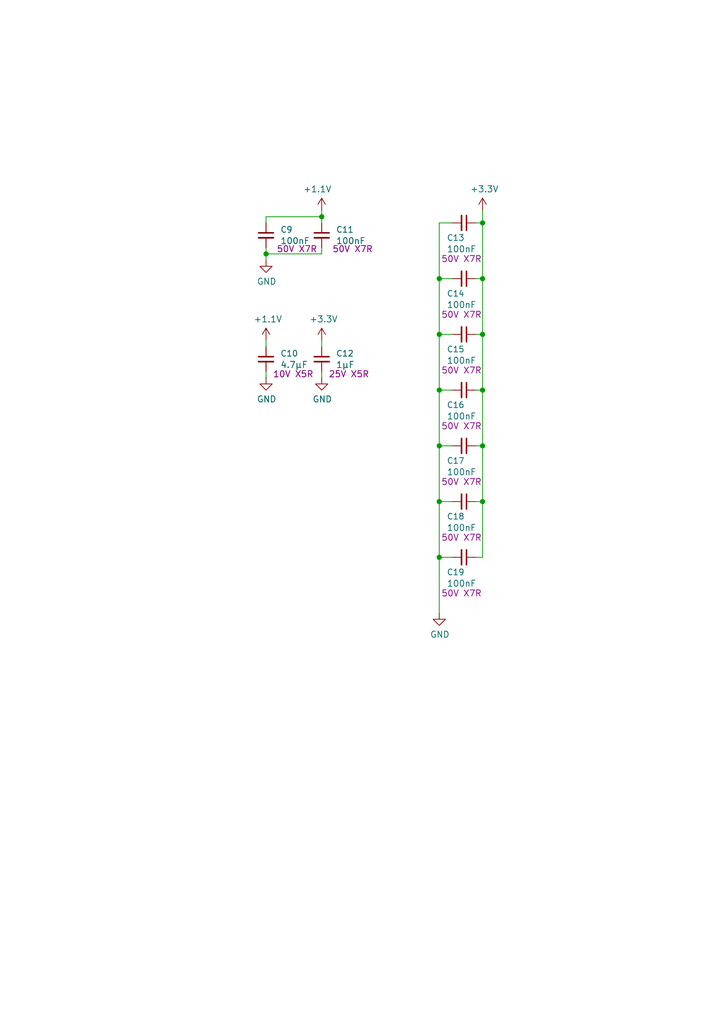
<source format=kicad_sch>
(kicad_sch (version 20250114) (generator "eeschema") (generator_version "9.0")
  (paper "A5" portrait)
  (title_block (title "GBSCSI2 Common Platform Core - RP2350 Decoupling") (date "2026-02-01") (rev "2.0") (comment 1 "Drawn by George R. M."))
  (lib_symbols
    (symbol "Device:C_Small" (pin_numbers (hide yes)) (pin_names (offset 0.254) (hide yes))
      (property "Reference" "C" (at 0.254 1.778 0))
      (property "Value" "C_Small" (at 0.254 -2.032 0))
      (symbol "C_Small_0_1"
        (polyline (pts (xy -1.524 0.508) (xy 1.524 0.508)) (stroke (width 0.3048)))
        (polyline (pts (xy -1.524 -0.508) (xy 1.524 -0.508)) (stroke (width 0.3302)))
      )
      (symbol "C_Small_1_1"
        (pin passive line (at 0 2.54 270) (length 2.032) (name "~") (number "1"))
        (pin passive line (at 0 -2.54 90) (length 2.032) (name "~") (number "2"))
      )
    )
    (symbol "power:+1V1" (power) (pin_names (offset 0))
      (property "Value" "+1V1" (at 0 3.556 0))
      (symbol "+1V1_0_1"
        (polyline (pts (xy -0.762 1.27) (xy 0 2.54)))
        (polyline (pts (xy 0 2.54) (xy 0.762 1.27)))
        (polyline (pts (xy 0 0) (xy 0 2.54)))
      )
      (symbol "+1V1_1_1"
        (pin power_in line (at 0 0 90) (length 0) (hide yes) (name "+1V1") (number "1"))
      )
    )
    (symbol "power:+3V3" (power) (pin_names (offset 0))
      (property "Value" "+3V3" (at 0 3.556 0))
      (symbol "+3V3_0_1"
        (polyline (pts (xy -0.762 1.27) (xy 0 2.54)))
        (polyline (pts (xy 0 2.54) (xy 0.762 1.27)))
        (polyline (pts (xy 0 0) (xy 0 2.54)))
      )
      (symbol "+3V3_1_1"
        (pin power_in line (at 0 0 90) (length 0) (hide yes) (name "+3V3") (number "1"))
      )
    )
    (symbol "power:GND" (power) (pin_numbers (hide yes)) (pin_names (offset 0) (hide yes))
      (property "Value" "GND" (at 0 -3.81 0))
      (symbol "GND_0_1"
        (polyline (pts (xy 0 0) (xy 0 -1.27) (xy 1.27 -1.27) (xy 0 -2.54) (xy -1.27 -1.27) (xy 0 -1.27)))
      )
      (symbol "GND_1_1"
        (pin power_in line (at 0 0 270) (length 0) (name "~") (number "1"))
      )
    )
  )
  (junction (at 99.06 45.72))
  (junction (at 90.17 68.58))
  (junction (at 99.06 91.44))
  (junction (at 99.06 80.01))
  (junction (at 90.17 114.3))
  (junction (at 99.06 68.58))
  (junction (at 90.17 80.01))
  (junction (at 90.17 57.15))
  (junction (at 99.06 102.87))
  (junction (at 54.61 52.07))
  (junction (at 90.17 91.44))
  (junction (at 99.06 57.15))
  (junction (at 66.04 44.45))
  (junction (at 90.17 102.87))
  (wire (pts (xy 99.06 43.18) (xy 99.06 45.72)))
  (wire (pts (xy 92.71 68.58) (xy 90.17 68.58)))
  (wire (pts (xy 54.61 45.72) (xy 54.61 44.45)))
  (wire (pts (xy 66.04 76.2) (xy 66.04 77.47)))
  (wire (pts (xy 97.79 45.72) (xy 99.06 45.72)))
  (wire (pts (xy 90.17 91.44) (xy 90.17 102.87)))
  (wire (pts (xy 97.79 57.15) (xy 99.06 57.15)))
  (wire (pts (xy 66.04 71.12) (xy 66.04 69.85)))
  (wire (pts (xy 92.71 45.72) (xy 90.17 45.72)))
  (wire (pts (xy 54.61 71.12) (xy 54.61 69.85)))
  (wire (pts (xy 54.61 44.45) (xy 66.04 44.45)))
  (wire (pts (xy 99.06 68.58) (xy 99.06 80.01)))
  (wire (pts (xy 90.17 102.87) (xy 90.17 114.3)))
  (wire (pts (xy 99.06 102.87) (xy 99.06 114.3)))
  (wire (pts (xy 99.06 57.15) (xy 99.06 68.58)))
  (wire (pts (xy 90.17 68.58) (xy 90.17 57.15)))
  (wire (pts (xy 92.71 91.44) (xy 90.17 91.44)))
  (wire (pts (xy 54.61 52.07) (xy 66.04 52.07)))
  (wire (pts (xy 97.79 80.01) (xy 99.06 80.01)))
  (wire (pts (xy 97.79 68.58) (xy 99.06 68.58)))
  (wire (pts (xy 54.61 52.07) (xy 54.61 53.34)))
  (wire (pts (xy 92.71 80.01) (xy 90.17 80.01)))
  (wire (pts (xy 97.79 114.3) (xy 99.06 114.3)))
  (wire (pts (xy 97.79 102.87) (xy 99.06 102.87)))
  (wire (pts (xy 90.17 91.44) (xy 90.17 80.01)))
  (wire (pts (xy 92.71 57.15) (xy 90.17 57.15)))
  (wire (pts (xy 90.17 80.01) (xy 90.17 68.58)))
  (wire (pts (xy 54.61 50.8) (xy 54.61 52.07)))
  (wire (pts (xy 90.17 57.15) (xy 90.17 45.72)))
  (wire (pts (xy 90.17 114.3) (xy 90.17 125.73)))
  (wire (pts (xy 99.06 91.44) (xy 99.06 102.87)))
  (wire (pts (xy 99.06 45.72) (xy 99.06 57.15)))
  (wire (pts (xy 54.61 76.2) (xy 54.61 77.47)))
  (wire (pts (xy 92.71 102.87) (xy 90.17 102.87)))
  (wire (pts (xy 66.04 45.72) (xy 66.04 44.45)))
  (wire (pts (xy 66.04 43.18) (xy 66.04 44.45)))
  (wire (pts (xy 99.06 80.01) (xy 99.06 91.44)))
  (wire (pts (xy 66.04 52.07) (xy 66.04 50.8)))
  (wire (pts (xy 92.71 114.3) (xy 90.17 114.3)))
  (wire (pts (xy 97.79 91.44) (xy 99.06 91.44)))
  (symbol (lib_id "Device:C_Small") (at 66.04 73.66 0) (unit 1)
    (property "Reference" "C12" (at 68.961 72.4916 0) (effects (font (size 1.2 1.2)) (justify left)))
    (property "Value" "1μF" (at 68.961 74.803 0) (effects (justify left)))
    (property "Footprint" "Capacitor_SMD:C_0402_1005Metric" (effects (hide yes)))
    (property "LCSC" "C52923" (effects (hide yes)))
    (property "Preferred MPN" "CL05A105KA5NQNC" (effects (hide yes)))
    (property "Alternate Part Number" "GRM155R61E105KA12D" (effects (hide yes)))
    (property "Nominal Preferred Characteristics" "25V X5R" (at 71.628 76.708 0))
    (property "Case/Package" "0402" (effects (hide yes)))
    (property "Dimensions" "1.0x0.5mm" (effects (hide yes)))
  )
  (symbol (lib_id "power:+1V1") (at 54.61 69.85 0) (unit 1)
    (property "Reference" "#PWR035" (effects (hide yes)))
    (property "Value" "+1.1V" (at 54.991 65.4558 0))
  )
  (symbol (lib_id "power:+3V3") (at 66.04 69.85 0) (unit 1)
    (property "Reference" "#PWR038" (effects (hide yes)))
    (property "Value" "+3.3V" (at 66.421 65.4558 0))
  )
  (symbol (lib_id "power:+1V1") (at 66.04 43.18 0) (unit 1)
    (property "Reference" "#PWR037" (effects (hide yes)))
    (property "Value" "+1.1V" (at 65.151 38.7858 0))
  )
  (symbol (lib_id "power:GND") (at 54.61 53.34 0) (unit 1)
    (property "Reference" "#PWR034" (effects (hide yes)))
    (property "Value" "GND" (at 54.737 57.7342 0))
  )
  (symbol (lib_id "Device:C_Small") (at 54.61 48.26 0) (unit 1)
    (property "Reference" "C9" (at 57.531 47.0916 0) (effects (font (size 1.2 1.2)) (justify left)))
    (property "Value" "100nF" (at 57.531 49.403 0) (effects (justify left)))
    (property "Footprint" "Capacitor_SMD:C_0402_1005Metric" (effects (hide yes)))
    (property "LCSC" "C307331" (effects (hide yes)))
    (property "Preferred MPN" "CL05B104KB54PNC" (effects (hide yes)))
    (property "Alternate Part Number" "GRM155R71H104KE14D" (effects (hide yes)))
    (property "Nominal Preferred Characteristics" "50V X7R" (at 60.96 51.054 0))
    (property "Case/Package" "0402" (effects (hide yes)))
    (property "Dimensions" "1.0x0.5mm" (effects (hide yes)))
  )
  (symbol (lib_id "Device:C_Small") (at 66.04 48.26 0) (unit 1)
    (property "Reference" "C11" (at 68.961 47.0916 0) (effects (font (size 1.2 1.2)) (justify left)))
    (property "Value" "100nF" (at 68.961 49.403 0) (effects (justify left)))
    (property "Footprint" "Capacitor_SMD:C_0402_1005Metric" (effects (hide yes)))
    (property "LCSC" "C307331" (effects (hide yes)))
    (property "Preferred MPN" "CL05B104KB54PNC" (effects (hide yes)))
    (property "Alternate Part Number" "GRM155R71H104KE14D" (effects (hide yes)))
    (property "Nominal Preferred Characteristics" "50V X7R" (at 72.39 51.054 0))
    (property "Case/Package" "0402" (effects (hide yes)))
    (property "Dimensions" "1.0x0.5mm" (effects (hide yes)))
  )
  (symbol (lib_id "Device:C_Small") (at 95.25 57.15 270) (unit 1)
    (property "Reference" "C14" (at 91.694 60.198 90) (effects (font (size 1.2 1.2)) (justify left)))
    (property "Value" "100nF" (at 91.694 62.5094 90) (effects (justify left)))
    (property "Footprint" "Capacitor_SMD:C_0402_1005Metric" (effects (hide yes)))
    (property "LCSC" "C307331" (effects (hide yes)))
    (property "Preferred MPN" "CL05B104KB54PNC" (effects (hide yes)))
    (property "Alternate Part Number" "GRM155R71H104KE14D" (effects (hide yes)))
    (property "Nominal Preferred Characteristics" "50V X7R" (at 94.742 64.516 90))
    (property "Case/Package" "0402" (effects (hide yes)))
    (property "Dimensions" "1.0x0.5mm" (effects (hide yes)))
  )
  (symbol (lib_id "Device:C_Small") (at 95.25 102.87 270) (unit 1)
    (property "Reference" "C18" (at 91.694 105.918 90) (effects (font (size 1.2 1.2)) (justify left)))
    (property "Value" "100nF" (at 91.694 108.2294 90) (effects (justify left)))
    (property "Footprint" "Capacitor_SMD:C_0402_1005Metric" (effects (hide yes)))
    (property "LCSC" "C307331" (effects (hide yes)))
    (property "Preferred MPN" "CL05B104KB54PNC" (effects (hide yes)))
    (property "Alternate Part Number" "GRM155R71H104KE14D" (effects (hide yes)))
    (property "Nominal Preferred Characteristics" "50V X7R" (at 94.742 110.236 90))
    (property "Case/Package" "0402" (effects (hide yes)))
    (property "Dimensions" "1.0x0.5mm" (effects (hide yes)))
  )
  (symbol (lib_id "Device:C_Small") (at 95.25 80.01 270) (unit 1)
    (property "Reference" "C16" (at 91.694 83.058 90) (effects (font (size 1.2 1.2)) (justify left)))
    (property "Value" "100nF" (at 91.694 85.3694 90) (effects (justify left)))
    (property "Footprint" "Capacitor_SMD:C_0402_1005Metric" (effects (hide yes)))
    (property "LCSC" "C307331" (effects (hide yes)))
    (property "Preferred MPN" "CL05B104KB54PNC" (effects (hide yes)))
    (property "Alternate Part Number" "GRM155R71H104KE14D" (effects (hide yes)))
    (property "Nominal Preferred Characteristics" "50V X7R" (at 94.742 87.376 90))
    (property "Case/Package" "0402" (effects (hide yes)))
    (property "Dimensions" "1.0x0.5mm" (effects (hide yes)))
  )
  (symbol (lib_id "power:GND") (at 90.17 125.73 0) (unit 1)
    (property "Reference" "#PWR040" (effects (hide yes)))
    (property "Value" "GND" (at 90.297 130.1242 0))
  )
  (symbol (lib_id "Device:C_Small") (at 54.61 73.66 0) (unit 1)
    (property "Reference" "C10" (at 57.531 72.4916 0) (effects (font (size 1.2 1.2)) (justify left)))
    (property "Value" "4.7μF" (at 57.531 74.803 0) (effects (justify left)))
    (property "Footprint" "Capacitor_SMD:C_0402_1005Metric" (effects (hide yes)))
    (property "LCSC" "C23733" (effects (hide yes)))
    (property "Preferred MPN" "CL05A475MP5NRNC" (effects (hide yes)))
    (property "Alternate Part Number" "GRM155R61E475ME15D" (effects (hide yes)))
    (property "Nominal Preferred Characteristics" "10V X5R" (at 60.198 76.708 0))
    (property "Case/Package" "0402" (effects (hide yes)))
    (property "Dimensions" "1.0x0.5mm" (effects (hide yes)))
  )
  (symbol (lib_id "power:GND") (at 66.04 77.47 0) (unit 1)
    (property "Reference" "#PWR039" (effects (hide yes)))
    (property "Value" "GND" (at 66.167 81.8642 0))
  )
  (symbol (lib_id "Device:C_Small") (at 95.25 45.72 270) (unit 1)
    (property "Reference" "C13" (at 91.694 48.768 90) (effects (font (size 1.2 1.2)) (justify left)))
    (property "Value" "100nF" (at 91.694 51.0794 90) (effects (justify left)))
    (property "Footprint" "Capacitor_SMD:C_0402_1005Metric" (effects (hide yes)))
    (property "LCSC" "C307331" (effects (hide yes)))
    (property "Preferred MPN" "CL05B104KB54PNC" (effects (hide yes)))
    (property "Alternate Part Number" "GRM155R71H104KE14D" (effects (hide yes)))
    (property "Nominal Preferred Characteristics" "50V X7R" (at 94.742 53.086 90))
    (property "Case/Package" "0402" (effects (hide yes)))
    (property "Dimensions" "1.0x0.5mm" (effects (hide yes)))
  )
  (symbol (lib_id "Device:C_Small") (at 95.25 114.3 270) (unit 1)
    (property "Reference" "C19" (at 91.694 117.348 90) (effects (font (size 1.2 1.2)) (justify left)))
    (property "Value" "100nF" (at 91.694 119.6594 90) (effects (justify left)))
    (property "Footprint" "Capacitor_SMD:C_0402_1005Metric" (effects (hide yes)))
    (property "LCSC" "C307331" (effects (hide yes)))
    (property "Preferred MPN" "CL05B104KB54PNC" (effects (hide yes)))
    (property "Alternate Part Number" "GRM155R71H104KE14D" (effects (hide yes)))
    (property "Nominal Preferred Characteristics" "50V X7R" (at 94.742 121.666 90))
    (property "Case/Package" "0402" (effects (hide yes)))
    (property "Dimensions" "1.0x0.5mm" (effects (hide yes)))
  )
  (symbol (lib_id "power:GND") (at 54.61 77.47 0) (unit 1)
    (property "Reference" "#PWR036" (effects (hide yes)))
    (property "Value" "GND" (at 54.737 81.8642 0))
  )
  (symbol (lib_id "power:+3V3") (at 99.06 43.18 0) (unit 1)
    (property "Reference" "#PWR041" (effects (hide yes)))
    (property "Value" "+3.3V" (at 99.441 38.7858 0))
  )
  (symbol (lib_id "Device:C_Small") (at 95.25 91.44 270) (unit 1)
    (property "Reference" "C17" (at 91.694 94.488 90) (effects (font (size 1.2 1.2)) (justify left)))
    (property "Value" "100nF" (at 91.694 96.7994 90) (effects (justify left)))
    (property "Footprint" "Capacitor_SMD:C_0402_1005Metric" (effects (hide yes)))
    (property "LCSC" "C307331" (effects (hide yes)))
    (property "Preferred MPN" "CL05B104KB54PNC" (effects (hide yes)))
    (property "Alternate Part Number" "GRM155R71H104KE14D" (effects (hide yes)))
    (property "Nominal Preferred Characteristics" "50V X7R" (at 94.742 98.806 90))
    (property "Case/Package" "0402" (effects (hide yes)))
    (property "Dimensions" "1.0x0.5mm" (effects (hide yes)))
  )
  (symbol (lib_id "Device:C_Small") (at 95.25 68.58 270) (unit 1)
    (property "Reference" "C15" (at 91.694 71.628 90) (effects (font (size 1.2 1.2)) (justify left)))
    (property "Value" "100nF" (at 91.694 73.9394 90) (effects (justify left)))
    (property "Footprint" "Capacitor_SMD:C_0402_1005Metric" (effects (hide yes)))
    (property "LCSC" "C307331" (effects (hide yes)))
    (property "Preferred MPN" "CL05B104KB54PNC" (effects (hide yes)))
    (property "Alternate Part Number" "GRM155R71H104KE14D" (effects (hide yes)))
    (property "Nominal Preferred Characteristics" "50V X7R" (at 94.742 75.946 90))
    (property "Case/Package" "0402" (effects (hide yes)))
    (property "Dimensions" "1.0x0.5mm" (effects (hide yes)))
  )
)
</source>
